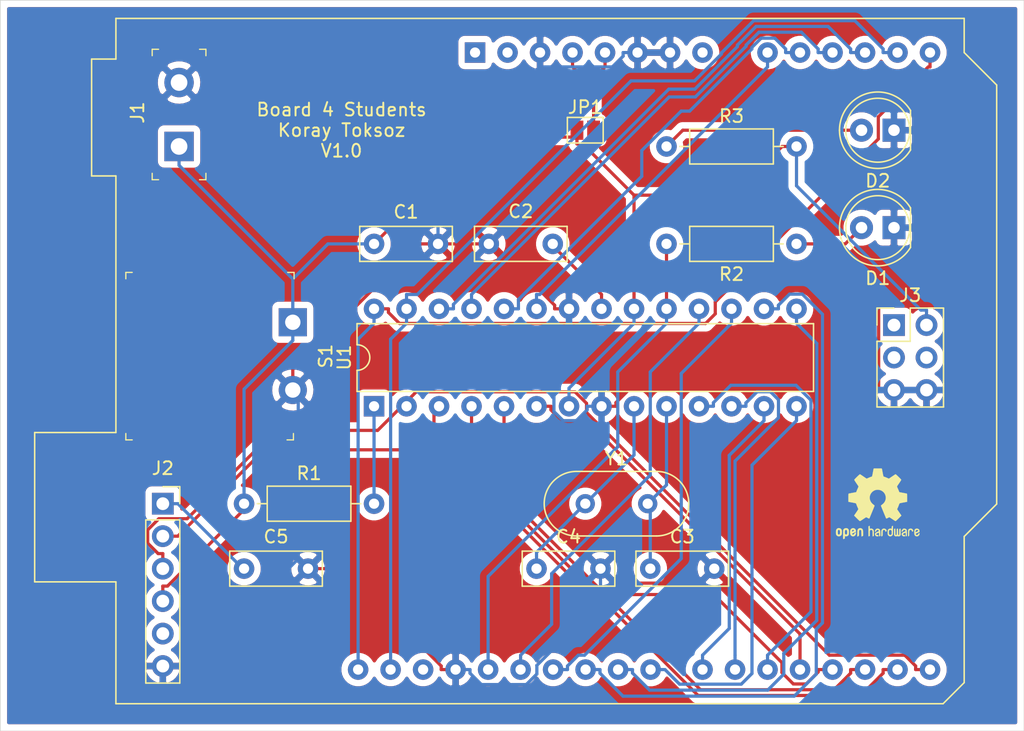
<source format=kicad_pcb>
(kicad_pcb (version 20171130) (host pcbnew "(5.1.5)-2")
  (layers (0 F.Cu signal) (31 B.Cu signal) (34 B.Paste user) (35 F.Paste user) (36 B.SilkS user) (37 F.SilkS user) (38 B.Mask user) (39 F.Mask user) (44 Edge.Cuts user))
  (net 0 "")
  (net 1 /A5)
  (net 2 /A4)
  (net 3 "Net-(A1-Pad1)")
  (net 4 /D2)
  (net 5 /IOREF)
  (net 6 /D3)
  (net 7 GND)
  (net 8 /D4)
  (net 9 +3V3)
  (net 10 /D5)
  (net 11 "Net-(A1-Pad5)")
  (net 12 /D6)
  (net 13 /D7)
  (net 14 /D8)
  (net 15 "Net-(A1-Pad8)")
  (net 16 /D9)
  (net 17 /A0)
  (net 18 /D10)
  (net 19 /A1)
  (net 20 /D11)
  (net 21 /A2)
  (net 22 /D12)
  (net 23 /A3)
  (net 24 /D13)
  (net 25 /AREF)
  (net 26 /D0)
  (net 27 /D1)
  (net 28 "Net-(C2-Pad1)")
  (net 29 "Net-(C3-Pad1)")
  (net 30 "Net-(C4-Pad1)")
  (net 31 "Net-(C5-Pad1)")
  (net 32 "Net-(D1-Pad2)")
  (net 33 "Net-(D2-Pad2)")
  (net 34 "Net-(J2-Pad5)")
  (net 35 /MISO)
  (net 36 /SCK)
  (net 37 /MOSI)
  (net 38 "Net-(R1-Pad2)")
  (module Symbol:OSHW-Logo2_7.3x6mm_SilkScreen (layer F.Cu) (at 161.29 107.95)
    (fp_text reference OSHW1 hide)
    (fp_text value OSHW-Logo2_7.3x6mm_SilkScreen hide)
  )
  (module Module:Arduino_UNO_R3 (layer F.Cu) (at 129.815 72.665)
    (fp_text reference Arduino hide)
    (fp_text value Arduino_UNO_R3)
    (pad 32 thru_hole oval (at -9.14 48.26 90) (size 1.6 1.6) (drill 0.8) (layers *.Cu *.Mask) (net 1 /A5))
    (pad 31 thru_hole oval (at -6.6 48.26 90) (size 1.6 1.6) (drill 0.8) (layers *.Cu *.Mask) (net 2 /A4))
    (pad 1 thru_hole rect (at 0 0 90) (size 1.6 1.6) (drill 0.8) (layers *.Cu *.Mask) (net 3 "Net-(A1-Pad1)"))
    (pad 17 thru_hole oval (at 30.48 48.26 90) (size 1.6 1.6) (drill 0.8) (layers *.Cu *.Mask) (net 4 /D2))
    (pad 2 thru_hole oval (at 2.54 0 90) (size 1.6 1.6) (drill 0.8) (layers *.Cu *.Mask) (net 5 /IOREF))
    (pad 18 thru_hole oval (at 27.94 48.26 90) (size 1.6 1.6) (drill 0.8) (layers *.Cu *.Mask) (net 6 /D3))
    (pad 3 thru_hole oval (at 5.08 0 90) (size 1.6 1.6) (drill 0.8) (layers *.Cu *.Mask) (net 7 GND))
    (pad 19 thru_hole oval (at 25.4 48.26 90) (size 1.6 1.6) (drill 0.8) (layers *.Cu *.Mask) (net 8 /D4))
    (pad 4 thru_hole oval (at 7.62 0 90) (size 1.6 1.6) (drill 0.8) (layers *.Cu *.Mask) (net 9 +3V3))
    (pad 20 thru_hole oval (at 22.86 48.26 90) (size 1.6 1.6) (drill 0.8) (layers *.Cu *.Mask) (net 10 /D5))
    (pad 5 thru_hole oval (at 10.16 0 90) (size 1.6 1.6) (drill 0.8) (layers *.Cu *.Mask) (net 11 "Net-(A1-Pad5)"))
    (pad 21 thru_hole oval (at 20.32 48.26 90) (size 1.6 1.6) (drill 0.8) (layers *.Cu *.Mask) (net 12 /D6))
    (pad 6 thru_hole oval (at 12.7 0 90) (size 1.6 1.6) (drill 0.8) (layers *.Cu *.Mask) (net 7 GND))
    (pad 22 thru_hole oval (at 17.78 48.26 90) (size 1.6 1.6) (drill 0.8) (layers *.Cu *.Mask) (net 13 /D7))
    (pad 7 thru_hole oval (at 15.24 0 90) (size 1.6 1.6) (drill 0.8) (layers *.Cu *.Mask) (net 7 GND))
    (pad 23 thru_hole oval (at 13.72 48.26 90) (size 1.6 1.6) (drill 0.8) (layers *.Cu *.Mask) (net 14 /D8))
    (pad 8 thru_hole oval (at 17.78 0 90) (size 1.6 1.6) (drill 0.8) (layers *.Cu *.Mask) (net 15 "Net-(A1-Pad8)"))
    (pad 24 thru_hole oval (at 11.18 48.26 90) (size 1.6 1.6) (drill 0.8) (layers *.Cu *.Mask) (net 16 /D9))
    (pad 9 thru_hole oval (at 22.86 0 90) (size 1.6 1.6) (drill 0.8) (layers *.Cu *.Mask) (net 17 /A0))
    (pad 25 thru_hole oval (at 8.64 48.26 90) (size 1.6 1.6) (drill 0.8) (layers *.Cu *.Mask) (net 18 /D10))
    (pad 10 thru_hole oval (at 25.4 0 90) (size 1.6 1.6) (drill 0.8) (layers *.Cu *.Mask) (net 19 /A1))
    (pad 26 thru_hole oval (at 6.1 48.26 90) (size 1.6 1.6) (drill 0.8) (layers *.Cu *.Mask) (net 20 /D11))
    (pad 11 thru_hole oval (at 27.94 0 90) (size 1.6 1.6) (drill 0.8) (layers *.Cu *.Mask) (net 21 /A2))
    (pad 27 thru_hole oval (at 3.56 48.26 90) (size 1.6 1.6) (drill 0.8) (layers *.Cu *.Mask) (net 22 /D12))
    (pad 12 thru_hole oval (at 30.48 0 90) (size 1.6 1.6) (drill 0.8) (layers *.Cu *.Mask) (net 23 /A3))
    (pad 28 thru_hole oval (at 1.02 48.26 90) (size 1.6 1.6) (drill 0.8) (layers *.Cu *.Mask) (net 24 /D13))
    (pad 13 thru_hole oval (at 33.02 0 90) (size 1.6 1.6) (drill 0.8) (layers *.Cu *.Mask) (net 2 /A4))
    (pad 29 thru_hole oval (at -1.52 48.26 90) (size 1.6 1.6) (drill 0.8) (layers *.Cu *.Mask) (net 7 GND))
    (pad 14 thru_hole oval (at 35.56 0 90) (size 1.6 1.6) (drill 0.8) (layers *.Cu *.Mask) (net 1 /A5))
    (pad 30 thru_hole oval (at -4.06 48.26 90) (size 1.6 1.6) (drill 0.8) (layers *.Cu *.Mask) (net 25 /AREF))
    (pad 15 thru_hole oval (at 35.56 48.26 90) (size 1.6 1.6) (drill 0.8) (layers *.Cu *.Mask) (net 26 /D0))
    (pad 16 thru_hole oval (at 33.02 48.26 90) (size 1.6 1.6) (drill 0.8) (layers *.Cu *.Mask) (net 27 /D1))
  )
  (module Capacitor_THT:C_Rect_L7.0mm_W2.5mm_P5.00mm (layer F.Cu) (at 121.92 87.63)
    (fp_text reference C1 (at 2.5 -2.5) (layer F.SilkS))
    (fp_text value 100nF)
    (pad 1 thru_hole circle (at 0 0) (size 1.6 1.6) (drill 0.8) (layers *.Cu *.Mask) (net 9 +3V3))
    (pad 2 thru_hole circle (at 5 0) (size 1.6 1.6) (drill 0.8) (layers *.Cu *.Mask) (net 7 GND))
  )
  (module Capacitor_THT:C_Rect_L7.0mm_W2.5mm_P5.00mm (layer F.Cu) (at 135.89 87.63 180)
    (fp_text reference C2 (at 2.5 2.54) (layer F.SilkS))
    (fp_text value 100nF)
    (pad 2 thru_hole circle (at 5 0 180) (size 1.6 1.6) (drill 0.8) (layers *.Cu *.Mask) (net 7 GND))
    (pad 1 thru_hole circle (at 0 0 180) (size 1.6 1.6) (drill 0.8) (layers *.Cu *.Mask) (net 28 "Net-(C2-Pad1)"))
  )
  (module Capacitor_THT:C_Rect_L7.0mm_W2.5mm_P5.00mm (layer F.Cu) (at 143.51 113.03)
    (fp_text reference C3 (at 2.5 -2.5) (layer F.SilkS))
    (fp_text value 18pF)
    (pad 1 thru_hole circle (at 0 0) (size 1.6 1.6) (drill 0.8) (layers *.Cu *.Mask) (net 29 "Net-(C3-Pad1)"))
    (pad 2 thru_hole circle (at 5 0) (size 1.6 1.6) (drill 0.8) (layers *.Cu *.Mask) (net 7 GND))
  )
  (module Capacitor_THT:C_Rect_L7.0mm_W2.5mm_P5.00mm (layer F.Cu) (at 134.62 113.03)
    (fp_text reference C4 (at 2.5 -2.5) (layer F.SilkS))
    (fp_text value 18pF)
    (pad 2 thru_hole circle (at 5 0) (size 1.6 1.6) (drill 0.8) (layers *.Cu *.Mask) (net 7 GND))
    (pad 1 thru_hole circle (at 0 0) (size 1.6 1.6) (drill 0.8) (layers *.Cu *.Mask) (net 30 "Net-(C4-Pad1)"))
  )
  (module Capacitor_THT:C_Rect_L7.0mm_W2.5mm_P5.00mm (layer F.Cu) (at 111.76 113.03)
    (fp_text reference C5 (at 2.5 -2.5) (layer F.SilkS))
    (fp_text value 100nF)
    (pad 1 thru_hole circle (at 0 0) (size 1.6 1.6) (drill 0.8) (layers *.Cu *.Mask) (net 31 "Net-(C5-Pad1)"))
    (pad 2 thru_hole circle (at 5 0) (size 1.6 1.6) (drill 0.8) (layers *.Cu *.Mask) (net 7 GND))
  )
  (module LED_THT:LED_D5.0mm (layer F.Cu) (at 162.56 86.36 180)
    (fp_text reference D1 (at 1.27 -3.96) (layer F.SilkS))
    (fp_text value LED_Small)
    (pad 2 thru_hole circle (at 2.54 0 180) (size 1.8 1.8) (drill 0.9) (layers *.Cu *.Mask) (net 32 "Net-(D1-Pad2)"))
    (pad 1 thru_hole rect (at 0 0 180) (size 1.8 1.8) (drill 0.9) (layers *.Cu *.Mask) (net 7 GND))
  )
  (module LED_THT:LED_D5.0mm (layer F.Cu) (at 162.56 78.74 180)
    (fp_text reference D2 (at 1.27 -3.96) (layer F.SilkS))
    (fp_text value LED_Small)
    (pad 1 thru_hole rect (at 0 0 180) (size 1.8 1.8) (drill 0.9) (layers *.Cu *.Mask) (net 7 GND))
    (pad 2 thru_hole circle (at 2.54 0 180) (size 1.8 1.8) (drill 0.9) (layers *.Cu *.Mask) (net 33 "Net-(D2-Pad2)"))
  )
  (module digikey-footprints:Terminal_Block_D1.3mm_P5mm (layer F.Cu) (at 106.68 80.01 90)
    (fp_text reference J1 (at 2.65 -3.25 90) (layer F.SilkS))
    (fp_text value 1935161)
    (pad 1 thru_hole rect (at 0 0 90) (size 2.3 2.3) (drill 1.3) (layers *.Cu *.Mask) (net 9 +3V3))
    (pad 2 thru_hole circle (at 5 0 90) (size 2.3 2.3) (drill 1.3) (layers *.Cu *.Mask) (net 7 GND))
  )
  (module Connector_PinSocket_2.54mm:PinSocket_1x06_P2.54mm_Vertical (layer F.Cu) (at 105.41 107.95)
    (fp_text reference J2 (at 0 -2.77) (layer F.SilkS))
    (fp_text value Conn_01x06_Female)
    (pad 1 thru_hole rect (at 0 0) (size 1.7 1.7) (drill 1) (layers *.Cu *.Mask) (net 31 "Net-(C5-Pad1)"))
    (pad 2 thru_hole oval (at 0 2.54) (size 1.7 1.7) (drill 1) (layers *.Cu *.Mask) (net 27 /D1))
    (pad 3 thru_hole oval (at 0 5.08) (size 1.7 1.7) (drill 1) (layers *.Cu *.Mask) (net 26 /D0))
    (pad 4 thru_hole oval (at 0 7.62) (size 1.7 1.7) (drill 1) (layers *.Cu *.Mask) (net 9 +3V3))
    (pad 5 thru_hole oval (at 0 10.16) (size 1.7 1.7) (drill 1) (layers *.Cu *.Mask) (net 34 "Net-(J2-Pad5)"))
    (pad 6 thru_hole oval (at 0 12.7) (size 1.7 1.7) (drill 1) (layers *.Cu *.Mask) (net 7 GND))
  )
  (module Connector_PinHeader_2.54mm:PinHeader_2x03_P2.54mm_Vertical (layer F.Cu) (at 162.56 93.98)
    (fp_text reference J3 (at 1.27 -2.33) (layer F.SilkS))
    (fp_text value Conn_02x03_Odd_Even)
    (pad 1 thru_hole rect (at 0 0) (size 1.7 1.7) (drill 1) (layers *.Cu *.Mask) (net 35 /MISO))
    (pad 2 thru_hole oval (at 2.54 0) (size 1.7 1.7) (drill 1) (layers *.Cu *.Mask) (net 9 +3V3))
    (pad 3 thru_hole oval (at 0 2.54) (size 1.7 1.7) (drill 1) (layers *.Cu *.Mask) (net 36 /SCK))
    (pad 4 thru_hole oval (at 2.54 2.54) (size 1.7 1.7) (drill 1) (layers *.Cu *.Mask) (net 37 /MOSI))
    (pad 5 thru_hole oval (at 0 5.08) (size 1.7 1.7) (drill 1) (layers *.Cu *.Mask) (net 7 GND))
    (pad 6 thru_hole oval (at 2.54 5.08) (size 1.7 1.7) (drill 1) (layers *.Cu *.Mask) (net 7 GND))
  )
  (module Jumper:SolderJumper-2_P1.3mm_Open_Pad1.0x1.5mm (layer F.Cu) (at 138.43 78.74)
    (fp_text reference JP1 (at 0 -1.8) (layer F.SilkS))
    (fp_text value 5VSolderJumper)
    (pad 2 smd rect (at 0.65 0) (size 1 1.5) (layers F.Cu F.Mask) (net 11 "Net-(A1-Pad5)"))
    (pad 1 smd rect (at -0.65 0) (size 1 1.5) (layers F.Cu F.Mask) (net 9 +3V3))
  )
  (module Resistor_THT:R_Axial_DIN0207_L6.3mm_D2.5mm_P10.16mm_Horizontal (layer F.Cu) (at 111.76 107.95)
    (fp_text reference R1 (at 5.08 -2.37) (layer F.SilkS))
    (fp_text value 10k)
    (pad 1 thru_hole circle (at 0 0) (size 1.6 1.6) (drill 0.8) (layers *.Cu *.Mask) (net 9 +3V3))
    (pad 2 thru_hole oval (at 10.16 0) (size 1.6 1.6) (drill 0.8) (layers *.Cu *.Mask) (net 38 "Net-(R1-Pad2)"))
  )
  (module Resistor_THT:R_Axial_DIN0207_L6.3mm_D2.5mm_P10.16mm_Horizontal (layer F.Cu) (at 154.94 87.63 180)
    (fp_text reference R2 (at 5.08 -2.37) (layer F.SilkS))
    (fp_text value 4k7)
    (pad 1 thru_hole circle (at 0 0 180) (size 1.6 1.6) (drill 0.8) (layers *.Cu *.Mask) (net 32 "Net-(D1-Pad2)"))
    (pad 2 thru_hole oval (at 10.16 0 180) (size 1.6 1.6) (drill 0.8) (layers *.Cu *.Mask) (net 24 /D13))
  )
  (module Resistor_THT:R_Axial_DIN0207_L6.3mm_D2.5mm_P10.16mm_Horizontal (layer F.Cu) (at 144.78 80.01)
    (fp_text reference R3 (at 5.08 -2.37) (layer F.SilkS))
    (fp_text value 4k7)
    (pad 2 thru_hole oval (at 10.16 0) (size 1.6 1.6) (drill 0.8) (layers *.Cu *.Mask) (net 9 +3V3))
    (pad 1 thru_hole circle (at 0 0) (size 1.6 1.6) (drill 0.8) (layers *.Cu *.Mask) (net 33 "Net-(D2-Pad2)"))
  )
  (module digikey-footprints:PushButton_12x12mm_THT_GPTS203211B (layer F.Cu) (at 115.57 93.76 270)
    (fp_text reference S1 (at 2.65 -2.57 90) (layer F.SilkS))
    (fp_text value GPTS203211B)
    (pad 1 thru_hole rect (at 0 0 270) (size 2.2 2.2) (drill 1.2) (layers *.Cu *.Mask) (net 9 +3V3))
    (pad 2 thru_hole circle (at 5.3 0 270) (size 2.2 2.2) (drill 1.2) (layers *.Cu *.Mask) (net 7 GND))
  )
  (module Package_DIP:DIP-28_W7.62mm (layer F.Cu) (at 121.92 100.33 90)
    (fp_text reference U1 (at 3.81 -2.33 90) (layer F.SilkS))
    (fp_text value ATmega328P-PU)
    (pad 1 thru_hole rect (at 0 0 90) (size 1.6 1.6) (drill 0.8) (layers *.Cu *.Mask) (net 38 "Net-(R1-Pad2)"))
    (pad 15 thru_hole oval (at 7.62 33.02 90) (size 1.6 1.6) (drill 0.8) (layers *.Cu *.Mask) (net 16 /D9))
    (pad 2 thru_hole oval (at 0 2.54 90) (size 1.6 1.6) (drill 0.8) (layers *.Cu *.Mask) (net 26 /D0))
    (pad 16 thru_hole oval (at 7.62 30.48 90) (size 1.6 1.6) (drill 0.8) (layers *.Cu *.Mask) (net 18 /D10))
    (pad 3 thru_hole oval (at 0 5.08 90) (size 1.6 1.6) (drill 0.8) (layers *.Cu *.Mask) (net 27 /D1))
    (pad 17 thru_hole oval (at 7.62 27.94 90) (size 1.6 1.6) (drill 0.8) (layers *.Cu *.Mask) (net 20 /D11))
    (pad 4 thru_hole oval (at 0 7.62 90) (size 1.6 1.6) (drill 0.8) (layers *.Cu *.Mask) (net 4 /D2))
    (pad 18 thru_hole oval (at 7.62 25.4 90) (size 1.6 1.6) (drill 0.8) (layers *.Cu *.Mask) (net 22 /D12))
    (pad 5 thru_hole oval (at 0 10.16 90) (size 1.6 1.6) (drill 0.8) (layers *.Cu *.Mask) (net 6 /D3))
    (pad 19 thru_hole oval (at 7.62 22.86 90) (size 1.6 1.6) (drill 0.8) (layers *.Cu *.Mask) (net 24 /D13))
    (pad 6 thru_hole oval (at 0 12.7 90) (size 1.6 1.6) (drill 0.8) (layers *.Cu *.Mask) (net 8 /D4))
    (pad 20 thru_hole oval (at 7.62 20.32 90) (size 1.6 1.6) (drill 0.8) (layers *.Cu *.Mask) (net 9 +3V3))
    (pad 7 thru_hole oval (at 0 15.24 90) (size 1.6 1.6) (drill 0.8) (layers *.Cu *.Mask) (net 9 +3V3))
    (pad 21 thru_hole oval (at 7.62 17.78 90) (size 1.6 1.6) (drill 0.8) (layers *.Cu *.Mask) (net 28 "Net-(C2-Pad1)"))
    (pad 8 thru_hole oval (at 0 17.78 90) (size 1.6 1.6) (drill 0.8) (layers *.Cu *.Mask) (net 7 GND))
    (pad 22 thru_hole oval (at 7.62 15.24 90) (size 1.6 1.6) (drill 0.8) (layers *.Cu *.Mask) (net 7 GND))
    (pad 9 thru_hole oval (at 0 20.32 90) (size 1.6 1.6) (drill 0.8) (layers *.Cu *.Mask) (net 30 "Net-(C4-Pad1)"))
    (pad 23 thru_hole oval (at 7.62 12.7 90) (size 1.6 1.6) (drill 0.8) (layers *.Cu *.Mask) (net 17 /A0))
    (pad 10 thru_hole oval (at 0 22.86 90) (size 1.6 1.6) (drill 0.8) (layers *.Cu *.Mask) (net 29 "Net-(C3-Pad1)"))
    (pad 24 thru_hole oval (at 7.62 10.16 90) (size 1.6 1.6) (drill 0.8) (layers *.Cu *.Mask) (net 19 /A1))
    (pad 11 thru_hole oval (at 0 25.4 90) (size 1.6 1.6) (drill 0.8) (layers *.Cu *.Mask) (net 10 /D5))
    (pad 25 thru_hole oval (at 7.62 7.62 90) (size 1.6 1.6) (drill 0.8) (layers *.Cu *.Mask) (net 21 /A2))
    (pad 12 thru_hole oval (at 0 27.94 90) (size 1.6 1.6) (drill 0.8) (layers *.Cu *.Mask) (net 12 /D6))
    (pad 26 thru_hole oval (at 7.62 5.08 90) (size 1.6 1.6) (drill 0.8) (layers *.Cu *.Mask) (net 23 /A3))
    (pad 13 thru_hole oval (at 0 30.48 90) (size 1.6 1.6) (drill 0.8) (layers *.Cu *.Mask) (net 13 /D7))
    (pad 27 thru_hole oval (at 7.62 2.54 90) (size 1.6 1.6) (drill 0.8) (layers *.Cu *.Mask) (net 2 /A4))
    (pad 14 thru_hole oval (at 0 33.02 90) (size 1.6 1.6) (drill 0.8) (layers *.Cu *.Mask) (net 14 /D8))
    (pad 28 thru_hole oval (at 7.62 0 90) (size 1.6 1.6) (drill 0.8) (layers *.Cu *.Mask) (net 1 /A5))
  )
  (module Crystal:Crystal_HC49-U_Vertical (layer F.Cu) (at 138.43 107.95)
    (fp_text reference Y1 (at 2.44 -3.525) (layer F.SilkS))
    (fp_text value 18MHz)
    (pad 1 thru_hole circle (at 0 0) (size 1.5 1.5) (drill 0.8) (layers *.Cu *.Mask) (net 30 "Net-(C4-Pad1)"))
    (pad 2 thru_hole circle (at 4.88 0) (size 1.5 1.5) (drill 0.8) (layers *.Cu *.Mask) (net 29 "Net-(C3-Pad1)"))
  )
  (gr_text "Board 4 Students\nKoray Toksoz\nV1.0" (at 119.38 78.74) (layer F.SilkS) (effects (font (size 1 1))))
  (gr_line (start 92.71 125.73) (end 172.72 125.73) (layer Edge.Cuts) (width 0.05))
  (gr_line (start 172.72 68.58) (end 172.72 125.73) (layer Edge.Cuts) (width 0.05))
  (gr_line (start 92.71 68.58) (end 172.72 68.58) (layer Edge.Cuts) (width 0.05))
  (gr_line (start 92.71 125.73) (end 92.71 68.58) (layer Edge.Cuts) (width 0.05))
  (segment (start 165.375 72.665) (end 165.375 73.7903) (width 0.25) (layer F.Cu) (net 1))
  (segment (start 121.92 92.71) (end 123.0453 92.71) (width 0.25) (layer F.Cu) (net 1))
  (segment (start 123.0453 92.71) (end 123.0453 92.9913) (width 0.25) (layer F.Cu) (net 1))
  (segment (start 123.0453 92.9913) (end 123.9074 93.8534) (width 0.25) (layer F.Cu) (net 1))
  (segment (start 123.9074 93.8534) (end 147.8363 93.8534) (width 0.25) (layer F.Cu) (net 1))
  (segment (start 147.8363 93.8534) (end 148.59 93.0997) (width 0.25) (layer F.Cu) (net 1))
  (segment (start 148.59 93.0997) (end 148.59 92.1702) (width 0.25) (layer F.Cu) (net 1))
  (segment (start 148.59 92.1702) (end 161.3346 79.4256) (width 0.25) (layer F.Cu) (net 1))
  (segment (start 161.3346 79.4256) (end 161.3346 77.69) (width 0.25) (layer F.Cu) (net 1))
  (segment (start 161.3346 77.69) (end 165.2343 73.7903) (width 0.25) (layer F.Cu) (net 1))
  (segment (start 165.2343 73.7903) (end 165.375 73.7903) (width 0.25) (layer F.Cu) (net 1))
  (segment (start 121.92 92.71) (end 121.92 93.8353) (width 0.25) (layer B.Cu) (net 1))
  (segment (start 121.92 93.8353) (end 120.675 95.0803) (width 0.25) (layer B.Cu) (net 1))
  (segment (start 120.675 95.0803) (end 120.675 120.925) (width 0.25) (layer B.Cu) (net 1))
  (segment (start 162.835 72.665) (end 161.7097 72.665) (width 0.25) (layer B.Cu) (net 2))
  (segment (start 124.46 92.71) (end 124.46 91.5847) (width 0.25) (layer B.Cu) (net 2))
  (segment (start 124.46 91.5847) (end 125.3043 91.5847) (width 0.25) (layer B.Cu) (net 2))
  (segment (start 125.3043 91.5847) (end 142.0058 74.8832) (width 0.25) (layer B.Cu) (net 2))
  (segment (start 142.0058 74.8832) (end 146.9701 74.8832) (width 0.25) (layer B.Cu) (net 2))
  (segment (start 146.9701 74.8832) (end 149.0756 72.7777) (width 0.25) (layer B.Cu) (net 2))
  (segment (start 149.0756 72.7777) (end 149.0756 72.6903) (width 0.25) (layer B.Cu) (net 2))
  (segment (start 149.0756 72.6903) (end 151.592 70.1739) (width 0.25) (layer B.Cu) (net 2))
  (segment (start 151.592 70.1739) (end 159.4999 70.1739) (width 0.25) (layer B.Cu) (net 2))
  (segment (start 159.4999 70.1739) (end 161.7097 72.3837) (width 0.25) (layer B.Cu) (net 2))
  (segment (start 161.7097 72.3837) (end 161.7097 72.665) (width 0.25) (layer B.Cu) (net 2))
  (segment (start 124.46 93.2582) (end 124.46 92.71) (width 0.25) (layer B.Cu) (net 2))
  (segment (start 124.46 93.2582) (end 124.46 93.8353) (width 0.25) (layer B.Cu) (net 2))
  (segment (start 124.46 93.8353) (end 123.215 95.0803) (width 0.25) (layer B.Cu) (net 2))
  (segment (start 123.215 95.0803) (end 123.215 120.925) (width 0.25) (layer B.Cu) (net 2))
  (segment (start 129.54 100.33) (end 129.54 105.2466) (width 0.25) (layer F.Cu) (net 4))
  (segment (start 129.54 105.2466) (end 139.9594 115.666) (width 0.25) (layer F.Cu) (net 4))
  (segment (start 139.9594 115.666) (end 140.5962 115.666) (width 0.25) (layer F.Cu) (net 4))
  (segment (start 140.5962 115.666) (end 147.4308 122.5006) (width 0.25) (layer F.Cu) (net 4))
  (segment (start 147.4308 122.5006) (end 157.8755 122.5006) (width 0.25) (layer F.Cu) (net 4))
  (segment (start 157.8755 122.5006) (end 159.1697 121.2064) (width 0.25) (layer F.Cu) (net 4))
  (segment (start 159.1697 121.2064) (end 159.1697 120.925) (width 0.25) (layer F.Cu) (net 4))
  (segment (start 160.295 120.925) (end 159.1697 120.925) (width 0.25) (layer F.Cu) (net 4))
  (segment (start 157.755 120.925) (end 156.6297 120.925) (width 0.25) (layer F.Cu) (net 6))
  (segment (start 132.08 100.33) (end 132.08 107.1497) (width 0.25) (layer F.Cu) (net 6))
  (segment (start 132.08 107.1497) (end 139.9867 115.0564) (width 0.25) (layer F.Cu) (net 6))
  (segment (start 139.9867 115.0564) (end 148.4733 115.0564) (width 0.25) (layer F.Cu) (net 6))
  (segment (start 148.4733 115.0564) (end 153.8004 120.3835) (width 0.25) (layer F.Cu) (net 6))
  (segment (start 153.8004 120.3835) (end 153.8004 121.1587) (width 0.25) (layer F.Cu) (net 6))
  (segment (start 153.8004 121.1587) (end 154.692 122.0503) (width 0.25) (layer F.Cu) (net 6))
  (segment (start 154.692 122.0503) (end 155.6972 122.0503) (width 0.25) (layer F.Cu) (net 6))
  (segment (start 155.6972 122.0503) (end 156.6297 121.1178) (width 0.25) (layer F.Cu) (net 6))
  (segment (start 156.6297 121.1178) (end 156.6297 120.925) (width 0.25) (layer F.Cu) (net 6))
  (segment (start 126.92 87.63) (end 125.3842 87.63) (width 0.25) (layer F.Cu) (net 7))
  (segment (start 125.3842 87.63) (end 115.57 97.4442) (width 0.25) (layer F.Cu) (net 7))
  (segment (start 115.57 97.4442) (end 115.57 99.06) (width 0.25) (layer F.Cu) (net 7))
  (segment (start 130.89 87.63) (end 126.92 87.63) (width 0.25) (layer F.Cu) (net 7))
  (segment (start 139.62 113.03) (end 140.7525 114.1625) (width 0.25) (layer F.Cu) (net 7))
  (segment (start 140.7525 114.1625) (end 147.3775 114.1625) (width 0.25) (layer F.Cu) (net 7))
  (segment (start 147.3775 114.1625) (end 148.51 113.03) (width 0.25) (layer F.Cu) (net 7))
  (segment (start 128.295 120.925) (end 129.4203 120.925) (width 0.25) (layer B.Cu) (net 7))
  (segment (start 129.4203 120.925) (end 129.4203 121.2063) (width 0.25) (layer B.Cu) (net 7))
  (segment (start 129.4203 121.2063) (end 130.3116 122.0976) (width 0.25) (layer B.Cu) (net 7))
  (segment (start 130.3116 122.0976) (end 133.8204 122.0976) (width 0.25) (layer B.Cu) (net 7))
  (segment (start 133.8204 122.0976) (end 134.645 121.273) (width 0.25) (layer B.Cu) (net 7))
  (segment (start 134.645 121.273) (end 134.645 120.594) (width 0.25) (layer B.Cu) (net 7))
  (segment (start 134.645 120.594) (end 139.62 115.619) (width 0.25) (layer B.Cu) (net 7))
  (segment (start 139.62 115.619) (end 139.62 113.03) (width 0.25) (layer B.Cu) (net 7))
  (segment (start 128.295 120.925) (end 127.1697 120.925) (width 0.25) (layer F.Cu) (net 7))
  (segment (start 116.76 113.03) (end 119.556 113.03) (width 0.25) (layer F.Cu) (net 7))
  (segment (start 119.556 113.03) (end 127.1697 120.6437) (width 0.25) (layer F.Cu) (net 7))
  (segment (start 127.1697 120.6437) (end 127.1697 120.925) (width 0.25) (layer F.Cu) (net 7))
  (segment (start 115.9956 112.2655) (end 107.6111 120.65) (width 0.25) (layer B.Cu) (net 7))
  (segment (start 107.6111 120.65) (end 105.41 120.65) (width 0.25) (layer B.Cu) (net 7))
  (segment (start 115.57 99.06) (end 115.9956 99.4856) (width 0.25) (layer B.Cu) (net 7))
  (segment (start 115.9956 99.4856) (end 115.9956 112.2655) (width 0.25) (layer B.Cu) (net 7))
  (segment (start 116.76 113.03) (end 115.9956 112.2655) (width 0.25) (layer B.Cu) (net 7))
  (segment (start 137.16 92.71) (end 136.0347 92.71) (width 0.25) (layer F.Cu) (net 7))
  (segment (start 136.0347 92.71) (end 136.0347 92.4287) (width 0.25) (layer F.Cu) (net 7))
  (segment (start 136.0347 92.4287) (end 131.236 87.63) (width 0.25) (layer F.Cu) (net 7))
  (segment (start 131.236 87.63) (end 130.89 87.63) (width 0.25) (layer F.Cu) (net 7))
  (segment (start 139.7 100.33) (end 138.5747 100.33) (width 0.25) (layer B.Cu) (net 7))
  (segment (start 137.16 92.71) (end 137.16 93.8353) (width 0.25) (layer B.Cu) (net 7))
  (segment (start 137.16 93.8353) (end 135.9786 95.0167) (width 0.25) (layer B.Cu) (net 7))
  (segment (start 135.9786 95.0167) (end 135.9786 100.7404) (width 0.25) (layer B.Cu) (net 7))
  (segment (start 135.9786 100.7404) (end 136.6935 101.4553) (width 0.25) (layer B.Cu) (net 7))
  (segment (start 136.6935 101.4553) (end 137.7308 101.4553) (width 0.25) (layer B.Cu) (net 7))
  (segment (start 137.7308 101.4553) (end 138.5747 100.6114) (width 0.25) (layer B.Cu) (net 7))
  (segment (start 138.5747 100.6114) (end 138.5747 100.33) (width 0.25) (layer B.Cu) (net 7))
  (segment (start 126.92 81.7653) (end 134.895 73.7903) (width 0.25) (layer B.Cu) (net 7))
  (segment (start 126.92 87.63) (end 126.92 81.7653) (width 0.25) (layer B.Cu) (net 7))
  (segment (start 106.68 75.01) (end 113.4353 81.7653) (width 0.25) (layer B.Cu) (net 7))
  (segment (start 113.4353 81.7653) (end 126.92 81.7653) (width 0.25) (layer B.Cu) (net 7))
  (segment (start 161.3616 99.06) (end 141.814 99.06) (width 0.25) (layer F.Cu) (net 7))
  (segment (start 141.814 99.06) (end 140.8253 100.0487) (width 0.25) (layer F.Cu) (net 7))
  (segment (start 140.8253 100.0487) (end 140.8253 100.33) (width 0.25) (layer F.Cu) (net 7))
  (segment (start 162.56 99.06) (end 161.3616 99.06) (width 0.25) (layer F.Cu) (net 7))
  (segment (start 161.3616 99.06) (end 161.3616 88.7837) (width 0.25) (layer F.Cu) (net 7))
  (segment (start 161.3616 88.7837) (end 162.56 87.5853) (width 0.25) (layer F.Cu) (net 7))
  (segment (start 162.56 86.36) (end 162.56 87.5853) (width 0.25) (layer F.Cu) (net 7))
  (segment (start 134.895 73.7903) (end 140.5457 73.7903) (width 0.25) (layer B.Cu) (net 7))
  (segment (start 140.5457 73.7903) (end 141.3897 72.9463) (width 0.25) (layer B.Cu) (net 7))
  (segment (start 141.3897 72.9463) (end 141.3897 72.665) (width 0.25) (layer B.Cu) (net 7))
  (segment (start 142.515 72.665) (end 141.3897 72.665) (width 0.25) (layer B.Cu) (net 7))
  (segment (start 134.895 72.665) (end 134.895 73.7903) (width 0.25) (layer B.Cu) (net 7))
  (segment (start 145.055 72.665) (end 142.515 72.665) (width 0.25) (layer F.Cu) (net 7))
  (segment (start 139.7 100.33) (end 140.8253 100.33) (width 0.25) (layer F.Cu) (net 7))
  (segment (start 165.1 99.06) (end 162.56 99.06) (width 0.25) (layer F.Cu) (net 7))
  (segment (start 162.56 78.74) (end 162.56 86.36) (width 0.25) (layer B.Cu) (net 7))
  (segment (start 155.215 120.925) (end 155.215 118.1427) (width 0.25) (layer F.Cu) (net 8))
  (segment (start 155.215 118.1427) (end 138.7142 101.6419) (width 0.25) (layer F.Cu) (net 8))
  (segment (start 138.7142 101.6419) (end 136.7758 101.6419) (width 0.25) (layer F.Cu) (net 8))
  (segment (start 136.7758 101.6419) (end 135.7453 100.6114) (width 0.25) (layer F.Cu) (net 8))
  (segment (start 135.7453 100.6114) (end 135.7453 100.33) (width 0.25) (layer F.Cu) (net 8))
  (segment (start 134.62 100.33) (end 135.7453 100.33) (width 0.25) (layer F.Cu) (net 8))
  (segment (start 137.78 79.2776) (end 130.2724 79.2776) (width 0.25) (layer F.Cu) (net 9))
  (segment (start 130.2724 79.2776) (end 121.92 87.63) (width 0.25) (layer F.Cu) (net 9))
  (segment (start 137.78 79.2776) (end 137.78 79.8153) (width 0.25) (layer F.Cu) (net 9))
  (segment (start 137.78 78.74) (end 137.78 79.2776) (width 0.25) (layer F.Cu) (net 9))
  (segment (start 105.41 115.57) (end 105.41 114.3947) (width 0.25) (layer F.Cu) (net 9))
  (segment (start 111.76 107.95) (end 111.76 108.412) (width 0.25) (layer F.Cu) (net 9))
  (segment (start 111.76 108.412) (end 105.7773 114.3947) (width 0.25) (layer F.Cu) (net 9))
  (segment (start 105.7773 114.3947) (end 105.41 114.3947) (width 0.25) (layer F.Cu) (net 9))
  (segment (start 115.57 93.76) (end 115.57 95.1853) (width 0.25) (layer B.Cu) (net 9))
  (segment (start 115.57 95.1853) (end 111.76 98.9953) (width 0.25) (layer B.Cu) (net 9))
  (segment (start 111.76 98.9953) (end 111.76 107.95) (width 0.25) (layer B.Cu) (net 9))
  (segment (start 115.57 90.3753) (end 115.57 93.76) (width 0.25) (layer B.Cu) (net 9))
  (segment (start 165.1 93.98) (end 165.1 92.8047) (width 0.25) (layer B.Cu) (net 9))
  (segment (start 154.94 80.01) (end 154.94 83.0854) (width 0.25) (layer B.Cu) (net 9))
  (segment (start 154.94 83.0854) (end 164.6593 92.8047) (width 0.25) (layer B.Cu) (net 9))
  (segment (start 164.6593 92.8047) (end 165.1 92.8047) (width 0.25) (layer B.Cu) (net 9))
  (segment (start 142.24 83.82) (end 150.0047 83.82) (width 0.25) (layer F.Cu) (net 9))
  (segment (start 150.0047 83.82) (end 153.8147 80.01) (width 0.25) (layer F.Cu) (net 9))
  (segment (start 137.78 79.8153) (end 138.2353 79.8153) (width 0.25) (layer F.Cu) (net 9))
  (segment (start 138.2353 79.8153) (end 142.24 83.82) (width 0.25) (layer F.Cu) (net 9))
  (segment (start 142.24 91.5847) (end 142.24 83.82) (width 0.25) (layer F.Cu) (net 9))
  (segment (start 154.94 80.01) (end 153.8147 80.01) (width 0.25) (layer F.Cu) (net 9))
  (segment (start 142.24 92.71) (end 142.24 91.5847) (width 0.25) (layer F.Cu) (net 9))
  (segment (start 142.24 93.2726) (end 142.24 92.71) (width 0.25) (layer B.Cu) (net 9))
  (segment (start 142.24 93.2726) (end 142.24 93.8353) (width 0.25) (layer B.Cu) (net 9))
  (segment (start 106.68 81.4853) (end 115.57 90.3753) (width 0.25) (layer B.Cu) (net 9))
  (segment (start 121.92 87.63) (end 118.3153 87.63) (width 0.25) (layer B.Cu) (net 9))
  (segment (start 118.3153 87.63) (end 115.57 90.3753) (width 0.25) (layer B.Cu) (net 9))
  (segment (start 137.78 78.74) (end 137.78 74.1353) (width 0.25) (layer F.Cu) (net 9))
  (segment (start 137.78 74.1353) (end 137.435 73.7903) (width 0.25) (layer F.Cu) (net 9))
  (segment (start 106.68 80.01) (end 106.68 81.4853) (width 0.25) (layer B.Cu) (net 9))
  (segment (start 142.24 93.8353) (end 137.16 98.9153) (width 0.25) (layer B.Cu) (net 9))
  (segment (start 137.16 98.9153) (end 137.16 100.33) (width 0.25) (layer B.Cu) (net 9))
  (segment (start 137.435 72.665) (end 137.435 73.7903) (width 0.25) (layer F.Cu) (net 9))
  (segment (start 152.675 119.7997) (end 156.0692 116.4055) (width 0.25) (layer B.Cu) (net 10))
  (segment (start 156.0692 116.4055) (end 156.0692 99.8571) (width 0.25) (layer B.Cu) (net 10))
  (segment (start 156.0692 99.8571) (end 154.8991 98.687) (width 0.25) (layer B.Cu) (net 10))
  (segment (start 154.8991 98.687) (end 149.807 98.687) (width 0.25) (layer B.Cu) (net 10))
  (segment (start 149.807 98.687) (end 148.4453 100.0487) (width 0.25) (layer B.Cu) (net 10))
  (segment (start 148.4453 100.0487) (end 148.4453 100.33) (width 0.25) (layer B.Cu) (net 10))
  (segment (start 147.32 100.33) (end 148.4453 100.33) (width 0.25) (layer B.Cu) (net 10))
  (segment (start 152.675 120.925) (end 152.675 119.7997) (width 0.25) (layer B.Cu) (net 10))
  (segment (start 139.975 72.665) (end 139.975 73.7903) (width 0.25) (layer F.Cu) (net 11))
  (segment (start 139.08 78.74) (end 139.08 74.6853) (width 0.25) (layer F.Cu) (net 11))
  (segment (start 139.08 74.6853) (end 139.975 73.7903) (width 0.25) (layer F.Cu) (net 11))
  (segment (start 150.135 119.7997) (end 150.135 104.6207) (width 0.25) (layer B.Cu) (net 12))
  (segment (start 150.135 104.6207) (end 153.5307 101.225) (width 0.25) (layer B.Cu) (net 12))
  (segment (start 153.5307 101.225) (end 153.5307 99.8183) (width 0.25) (layer B.Cu) (net 12))
  (segment (start 153.5307 99.8183) (end 152.906 99.1936) (width 0.25) (layer B.Cu) (net 12))
  (segment (start 152.906 99.1936) (end 151.8593 99.1936) (width 0.25) (layer B.Cu) (net 12))
  (segment (start 151.8593 99.1936) (end 150.9853 100.0676) (width 0.25) (layer B.Cu) (net 12))
  (segment (start 150.9853 100.0676) (end 150.9853 100.33) (width 0.25) (layer B.Cu) (net 12))
  (segment (start 150.135 120.925) (end 150.135 119.7997) (width 0.25) (layer B.Cu) (net 12))
  (segment (start 149.86 100.33) (end 150.9853 100.33) (width 0.25) (layer B.Cu) (net 12))
  (segment (start 147.595 120.925) (end 147.595 119.7997) (width 0.25) (layer B.Cu) (net 13))
  (segment (start 152.4 100.33) (end 152.4 101.4553) (width 0.25) (layer B.Cu) (net 13))
  (segment (start 152.4 101.4553) (end 149.6846 104.1707) (width 0.25) (layer B.Cu) (net 13))
  (segment (start 149.6846 104.1707) (end 149.6846 117.7101) (width 0.25) (layer B.Cu) (net 13))
  (segment (start 149.6846 117.7101) (end 147.595 119.7997) (width 0.25) (layer B.Cu) (net 13))
  (segment (start 144.6603 120.925) (end 145.7999 122.0646) (width 0.25) (layer B.Cu) (net 14))
  (segment (start 145.7999 122.0646) (end 150.6241 122.0646) (width 0.25) (layer B.Cu) (net 14))
  (segment (start 150.6241 122.0646) (end 151.4594 121.2293) (width 0.25) (layer B.Cu) (net 14))
  (segment (start 151.4594 121.2293) (end 151.4594 104.9359) (width 0.25) (layer B.Cu) (net 14))
  (segment (start 151.4594 104.9359) (end 154.94 101.4553) (width 0.25) (layer B.Cu) (net 14))
  (segment (start 154.94 100.33) (end 154.94 101.4553) (width 0.25) (layer B.Cu) (net 14))
  (segment (start 143.535 120.925) (end 144.6603 120.925) (width 0.25) (layer B.Cu) (net 14))
  (segment (start 142.1203 120.925) (end 142.1203 121.194) (width 0.25) (layer B.Cu) (net 16))
  (segment (start 142.1203 121.194) (end 143.4592 122.5329) (width 0.25) (layer B.Cu) (net 16))
  (segment (start 143.4592 122.5329) (end 152.6911 122.5329) (width 0.25) (layer B.Cu) (net 16))
  (segment (start 152.6911 122.5329) (end 153.945 121.279) (width 0.25) (layer B.Cu) (net 16))
  (segment (start 153.945 121.279) (end 153.945 119.6597) (width 0.25) (layer B.Cu) (net 16))
  (segment (start 153.945 119.6597) (end 156.5195 117.0852) (width 0.25) (layer B.Cu) (net 16))
  (segment (start 156.5195 117.0852) (end 156.5195 95.4148) (width 0.25) (layer B.Cu) (net 16))
  (segment (start 156.5195 95.4148) (end 154.94 93.8353) (width 0.25) (layer B.Cu) (net 16))
  (segment (start 140.995 120.925) (end 142.1203 120.925) (width 0.25) (layer B.Cu) (net 16))
  (segment (start 154.94 92.71) (end 154.94 93.8353) (width 0.25) (layer B.Cu) (net 16))
  (segment (start 152.675 72.665) (end 152.675 73.7903) (width 0.25) (layer B.Cu) (net 17))
  (segment (start 134.62 92.71) (end 134.62 91.5847) (width 0.25) (layer B.Cu) (net 17))
  (segment (start 134.62 91.5847) (end 134.8806 91.5847) (width 0.25) (layer B.Cu) (net 17))
  (segment (start 134.8806 91.5847) (end 152.675 73.7903) (width 0.25) (layer B.Cu) (net 17))
  (segment (start 139.5803 120.925) (end 139.5803 121.2063) (width 0.25) (layer B.Cu) (net 18))
  (segment (start 139.5803 121.2063) (end 141.3773 123.0033) (width 0.25) (layer B.Cu) (net 18))
  (segment (start 141.3773 123.0033) (end 154.7607 123.0033) (width 0.25) (layer B.Cu) (net 18))
  (segment (start 154.7607 123.0033) (end 156.485 121.279) (width 0.25) (layer B.Cu) (net 18))
  (segment (start 156.485 121.279) (end 156.485 117.7566) (width 0.25) (layer B.Cu) (net 18))
  (segment (start 156.485 117.7566) (end 156.9699 117.2717) (width 0.25) (layer B.Cu) (net 18))
  (segment (start 156.9699 117.2717) (end 156.9699 93.1357) (width 0.25) (layer B.Cu) (net 18))
  (segment (start 156.9699 93.1357) (end 155.3932 91.559) (width 0.25) (layer B.Cu) (net 18))
  (segment (start 155.3932 91.559) (end 154.395 91.559) (width 0.25) (layer B.Cu) (net 18))
  (segment (start 154.395 91.559) (end 153.5253 92.4287) (width 0.25) (layer B.Cu) (net 18))
  (segment (start 153.5253 92.4287) (end 153.5253 92.71) (width 0.25) (layer B.Cu) (net 18))
  (segment (start 138.455 120.925) (end 139.5803 120.925) (width 0.25) (layer B.Cu) (net 18))
  (segment (start 152.4 92.71) (end 153.5253 92.71) (width 0.25) (layer B.Cu) (net 18))
  (segment (start 155.215 72.665) (end 154.0897 72.665) (width 0.25) (layer B.Cu) (net 19))
  (segment (start 132.08 92.71) (end 133.2053 92.71) (width 0.25) (layer B.Cu) (net 19))
  (segment (start 133.2053 92.71) (end 133.2053 91.9834) (width 0.25) (layer B.Cu) (net 19))
  (segment (start 133.2053 91.9834) (end 142.8443 82.3444) (width 0.25) (layer B.Cu) (net 19))
  (segment (start 142.8443 82.3444) (end 142.8443 80.3274) (width 0.25) (layer B.Cu) (net 19))
  (segment (start 142.8443 80.3274) (end 145.9263 77.2454) (width 0.25) (layer B.Cu) (net 19))
  (segment (start 145.9263 77.2454) (end 146.587 77.2454) (width 0.25) (layer B.Cu) (net 19))
  (segment (start 146.587 77.2454) (end 151.4491 72.3833) (width 0.25) (layer B.Cu) (net 19))
  (segment (start 151.4491 72.3833) (end 151.4491 72.2664) (width 0.25) (layer B.Cu) (net 19))
  (segment (start 151.4491 72.2664) (end 152.1758 71.5397) (width 0.25) (layer B.Cu) (net 19))
  (segment (start 152.1758 71.5397) (end 153.2458 71.5397) (width 0.25) (layer B.Cu) (net 19))
  (segment (start 153.2458 71.5397) (end 154.0897 72.3836) (width 0.25) (layer B.Cu) (net 19))
  (segment (start 154.0897 72.3836) (end 154.0897 72.665) (width 0.25) (layer B.Cu) (net 19))
  (segment (start 135.915 120.925) (end 137.0403 120.925) (width 0.25) (layer B.Cu) (net 20))
  (segment (start 149.86 92.71) (end 149.86 93.8353) (width 0.25) (layer B.Cu) (net 20))
  (segment (start 149.86 93.8353) (end 145.9312 97.7641) (width 0.25) (layer B.Cu) (net 20))
  (segment (start 145.9312 97.7641) (end 145.9312 112.2439) (width 0.25) (layer B.Cu) (net 20))
  (segment (start 145.9312 112.2439) (end 138.3754 119.7997) (width 0.25) (layer B.Cu) (net 20))
  (segment (start 138.3754 119.7997) (end 137.8842 119.7997) (width 0.25) (layer B.Cu) (net 20))
  (segment (start 137.8842 119.7997) (end 137.0403 120.6436) (width 0.25) (layer B.Cu) (net 20))
  (segment (start 137.0403 120.6436) (end 137.0403 120.925) (width 0.25) (layer B.Cu) (net 20))
  (segment (start 129.54 91.5847) (end 144.9878 76.1369) (width 0.25) (layer B.Cu) (net 21))
  (segment (start 144.9878 76.1369) (end 147.0351 76.1369) (width 0.25) (layer B.Cu) (net 21))
  (segment (start 147.0351 76.1369) (end 150.9987 72.1733) (width 0.25) (layer B.Cu) (net 21))
  (segment (start 150.9987 72.1733) (end 150.9987 72.0799) (width 0.25) (layer B.Cu) (net 21))
  (segment (start 150.9987 72.0799) (end 152.0039 71.0747) (width 0.25) (layer B.Cu) (net 21))
  (segment (start 152.0039 71.0747) (end 155.3207 71.0747) (width 0.25) (layer B.Cu) (net 21))
  (segment (start 155.3207 71.0747) (end 156.6297 72.3837) (width 0.25) (layer B.Cu) (net 21))
  (segment (start 156.6297 72.3837) (end 156.6297 72.665) (width 0.25) (layer B.Cu) (net 21))
  (segment (start 157.755 72.665) (end 156.6297 72.665) (width 0.25) (layer B.Cu) (net 21))
  (segment (start 129.54 92.71) (end 129.54 91.5847) (width 0.25) (layer B.Cu) (net 21))
  (segment (start 133.375 120.925) (end 133.375 119.7997) (width 0.25) (layer B.Cu) (net 22))
  (segment (start 147.32 92.71) (end 147.32 93.8353) (width 0.25) (layer B.Cu) (net 22))
  (segment (start 147.32 93.8353) (end 143.51 97.6453) (width 0.25) (layer B.Cu) (net 22))
  (segment (start 143.51 97.6453) (end 143.51 105.7132) (width 0.25) (layer B.Cu) (net 22))
  (segment (start 143.51 105.7132) (end 135.8003 113.4229) (width 0.25) (layer B.Cu) (net 22))
  (segment (start 135.8003 113.4229) (end 135.8003 117.3744) (width 0.25) (layer B.Cu) (net 22))
  (segment (start 135.8003 117.3744) (end 133.375 119.7997) (width 0.25) (layer B.Cu) (net 22))
  (segment (start 160.295 72.665) (end 159.1697 72.665) (width 0.25) (layer B.Cu) (net 23))
  (segment (start 127 92.71) (end 128.1253 92.71) (width 0.25) (layer B.Cu) (net 23))
  (segment (start 128.1253 92.71) (end 128.1253 92.3625) (width 0.25) (layer B.Cu) (net 23))
  (segment (start 128.1253 92.3625) (end 144.9602 75.5276) (width 0.25) (layer B.Cu) (net 23))
  (segment (start 144.9602 75.5276) (end 146.9939 75.5276) (width 0.25) (layer B.Cu) (net 23))
  (segment (start 146.9939 75.5276) (end 150.3233 72.1982) (width 0.25) (layer B.Cu) (net 23))
  (segment (start 150.3233 72.1982) (end 150.3233 72.0795) (width 0.25) (layer B.Cu) (net 23))
  (segment (start 150.3233 72.0795) (end 151.7785 70.6243) (width 0.25) (layer B.Cu) (net 23))
  (segment (start 151.7785 70.6243) (end 157.4103 70.6243) (width 0.25) (layer B.Cu) (net 23))
  (segment (start 157.4103 70.6243) (end 159.1697 72.3837) (width 0.25) (layer B.Cu) (net 23))
  (segment (start 159.1697 72.3837) (end 159.1697 72.665) (width 0.25) (layer B.Cu) (net 23))
  (segment (start 144.78 92.71) (end 144.78 93.8353) (width 0.25) (layer B.Cu) (net 24))
  (segment (start 144.78 93.8353) (end 140.97 97.6453) (width 0.25) (layer B.Cu) (net 24))
  (segment (start 140.97 97.6453) (end 140.97 103.5005) (width 0.25) (layer B.Cu) (net 24))
  (segment (start 140.97 103.5005) (end 130.835 113.6355) (width 0.25) (layer B.Cu) (net 24))
  (segment (start 130.835 113.6355) (end 130.835 120.925) (width 0.25) (layer B.Cu) (net 24))
  (segment (start 144.78 92.71) (end 144.78 87.63) (width 0.25) (layer F.Cu) (net 24))
  (segment (start 105.41 113.03) (end 105.41 111.8547) (width 0.25) (layer F.Cu) (net 26))
  (segment (start 124.0901 100.33) (end 122.2037 102.2164) (width 0.25) (layer F.Cu) (net 26))
  (segment (start 122.2037 102.2164) (end 114.222 102.2164) (width 0.25) (layer F.Cu) (net 26))
  (segment (start 114.222 102.2164) (end 107.313 109.1254) (width 0.25) (layer F.Cu) (net 26))
  (segment (start 107.313 109.1254) (end 105.1027 109.1254) (width 0.25) (layer F.Cu) (net 26))
  (segment (start 105.1027 109.1254) (end 104.2278 110.0003) (width 0.25) (layer F.Cu) (net 26))
  (segment (start 104.2278 110.0003) (end 104.2278 111.0378) (width 0.25) (layer F.Cu) (net 26))
  (segment (start 104.2278 111.0378) (end 105.0447 111.8547) (width 0.25) (layer F.Cu) (net 26))
  (segment (start 105.0447 111.8547) (end 105.41 111.8547) (width 0.25) (layer F.Cu) (net 26))
  (segment (start 164.2497 120.925) (end 164.2497 120.6436) (width 0.25) (layer F.Cu) (net 26))
  (segment (start 164.2497 120.6436) (end 163.4058 119.7997) (width 0.25) (layer F.Cu) (net 26))
  (segment (start 163.4058 119.7997) (end 157.5089 119.7997) (width 0.25) (layer F.Cu) (net 26))
  (segment (start 157.5089 119.7997) (end 138.5276 100.8184) (width 0.25) (layer F.Cu) (net 26))
  (segment (start 138.5276 100.8184) (end 138.5276 100.1005) (width 0.25) (layer F.Cu) (net 26))
  (segment (start 138.5276 100.1005) (end 137.6257 99.1986) (width 0.25) (layer F.Cu) (net 26))
  (segment (start 137.6257 99.1986) (end 125.2215 99.1986) (width 0.25) (layer F.Cu) (net 26))
  (segment (start 125.2215 99.1986) (end 124.0901 100.33) (width 0.25) (layer F.Cu) (net 26))
  (segment (start 165.375 120.925) (end 164.2497 120.925) (width 0.25) (layer F.Cu) (net 26))
  (segment (start 124.46 100.33) (end 124.0901 100.33) (width 0.25) (layer F.Cu) (net 26))
  (segment (start 126.6045 103.7383) (end 113.337 103.7383) (width 0.25) (layer F.Cu) (net 27))
  (segment (start 113.337 103.7383) (end 106.5853 110.49) (width 0.25) (layer F.Cu) (net 27))
  (segment (start 161.7097 120.925) (end 161.7097 121.2063) (width 0.25) (layer F.Cu) (net 27))
  (segment (start 161.7097 121.2063) (end 159.9651 122.9509) (width 0.25) (layer F.Cu) (net 27))
  (segment (start 159.9651 122.9509) (end 147.2442 122.9509) (width 0.25) (layer F.Cu) (net 27))
  (segment (start 147.2442 122.9509) (end 140.4096 116.1163) (width 0.25) (layer F.Cu) (net 27))
  (segment (start 140.4096 116.1163) (end 139.7728 116.1163) (width 0.25) (layer F.Cu) (net 27))
  (segment (start 139.7728 116.1163) (end 127.3948 103.7383) (width 0.25) (layer F.Cu) (net 27))
  (segment (start 127.3948 103.7383) (end 126.6045 103.7383) (width 0.25) (layer F.Cu) (net 27))
  (segment (start 126.6045 100.33) (end 126.6045 103.7383) (width 0.25) (layer F.Cu) (net 27))
  (segment (start 105.41 110.49) (end 106.5853 110.49) (width 0.25) (layer F.Cu) (net 27))
  (segment (start 162.835 120.925) (end 161.7097 120.925) (width 0.25) (layer F.Cu) (net 27))
  (segment (start 127 100.33) (end 126.6045 100.33) (width 0.25) (layer F.Cu) (net 27))
  (segment (start 139.7 92.71) (end 139.7 91.5847) (width 0.25) (layer F.Cu) (net 28))
  (segment (start 139.7 91.5847) (end 135.89 87.7747) (width 0.25) (layer F.Cu) (net 28))
  (segment (start 135.89 87.7747) (end 135.89 87.63) (width 0.25) (layer F.Cu) (net 28))
  (segment (start 144.78 100.33) (end 144.78 106.48) (width 0.25) (layer B.Cu) (net 29))
  (segment (start 144.78 106.48) (end 143.31 107.95) (width 0.25) (layer B.Cu) (net 29))
  (segment (start 143.31 107.95) (end 143.51 108.15) (width 0.25) (layer B.Cu) (net 29))
  (segment (start 143.51 108.15) (end 143.51 113.03) (width 0.25) (layer B.Cu) (net 29))
  (segment (start 142.24 100.33) (end 142.24 104.14) (width 0.25) (layer B.Cu) (net 30))
  (segment (start 142.24 104.14) (end 138.43 107.95) (width 0.25) (layer B.Cu) (net 30))
  (segment (start 138.43 107.95) (end 134.62 111.76) (width 0.25) (layer B.Cu) (net 30))
  (segment (start 134.62 111.76) (end 134.62 113.03) (width 0.25) (layer B.Cu) (net 30))
  (segment (start 105.41 107.95) (end 106.5853 107.95) (width 0.25) (layer B.Cu) (net 31))
  (segment (start 106.5853 107.95) (end 111.6653 113.03) (width 0.25) (layer B.Cu) (net 31))
  (segment (start 111.6653 113.03) (end 111.76 113.03) (width 0.25) (layer B.Cu) (net 31))
  (segment (start 154.94 87.63) (end 158.75 87.63) (width 0.25) (layer F.Cu) (net 32))
  (segment (start 158.75 87.63) (end 160.02 86.36) (width 0.25) (layer F.Cu) (net 32))
  (segment (start 144.78 80.01) (end 146.05 78.74) (width 0.25) (layer F.Cu) (net 33))
  (segment (start 146.05 78.74) (end 160.02 78.74) (width 0.25) (layer F.Cu) (net 33))
  (segment (start 121.92 100.33) (end 121.92 107.95) (width 0.25) (layer B.Cu) (net 38))
  (zone (net 7) (net_name GND) (layer F.Cu) (connect_pads (clearance 0.508)) (min_thickness 0.254) (fill yes (arc_segments 32) (thermal_gap 0.508) (thermal_bridge_width 0.508))
    (polygon (pts (xy 172.72 125.73) (xy 92.71 125.73) (xy 92.71 68.58) (xy 172.72 68.58)))
  )
  (zone (net 7) (net_name GND) (layer B.Cu) (connect_pads (clearance 0.508)) (min_thickness 0.254) (fill yes (arc_segments 32) (thermal_gap 0.508) (thermal_bridge_width 0.508))
    (polygon (pts (xy 172.72 125.73) (xy 92.71 125.73) (xy 92.71 68.58) (xy 172.72 68.58)))
  )
)
</source>
